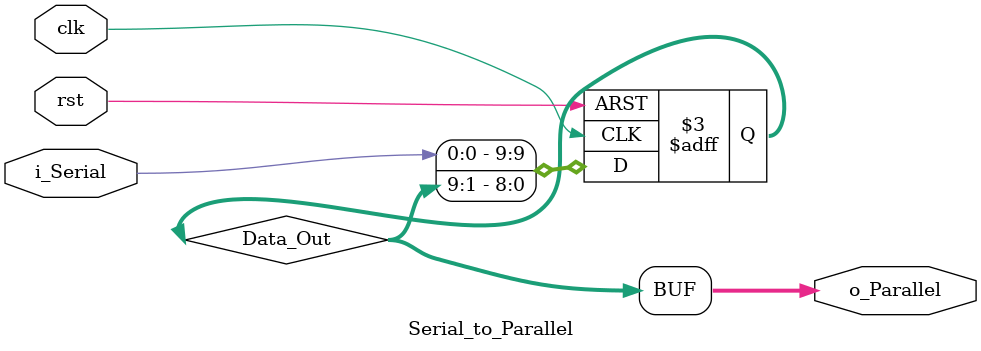
<source format=v>
module Serial_to_Parallel (
		clk,
		rst, 
		
		i_Serial,
		o_Parallel
	);
// =================================================================
// == Parameters
// =================================================================
	parameter N = 10;
	
// =================================================================
// == Port Declarations
// ================================================================= 
	input clk;
	input rst; 
	
	// inputs 
	input 			i_Serial;
	
	// outputs
	output 	[N-1:0] o_Parallel;
	
// =================================================================
// == Signal Declarations
// =================================================================
	reg [N-1:0] Data_Out;
	
// =================================================================
// == Architecture
// ================================================================= 	
	always @(posedge clk or posedge rst)	// -- Async Reset
	begin
		if 	  (rst == 1)  	Data_Out <= 0;
		else 				Data_Out <= {i_Serial, Data_Out[N-1:1]};
	end 
	
	// Assignments
	assign o_Parallel = Data_Out;
	
endmodule
</source>
